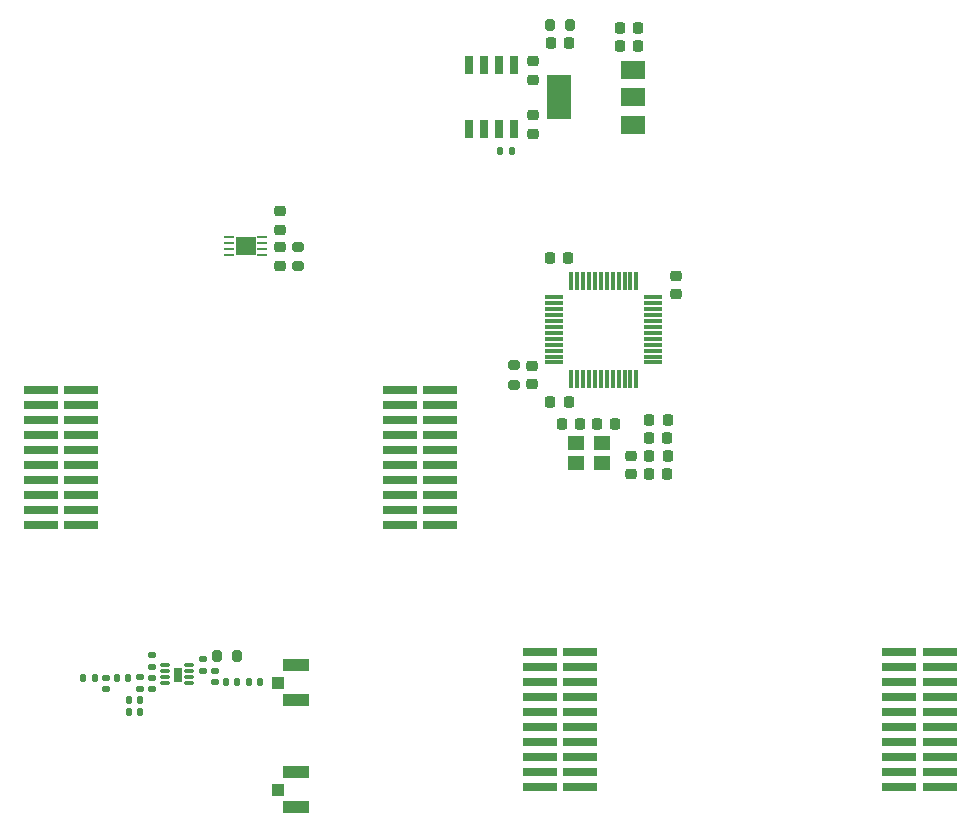
<source format=gtp>
G04 #@! TF.GenerationSoftware,KiCad,Pcbnew,(6.0.7-1)-1*
G04 #@! TF.CreationDate,2023-01-04T12:49:58-05:00*
G04 #@! TF.ProjectId,comm-rfb,636f6d6d-2d72-4666-922e-6b696361645f,rev?*
G04 #@! TF.SameCoordinates,Original*
G04 #@! TF.FileFunction,Paste,Top*
G04 #@! TF.FilePolarity,Positive*
%FSLAX46Y46*%
G04 Gerber Fmt 4.6, Leading zero omitted, Abs format (unit mm)*
G04 Created by KiCad (PCBNEW (6.0.7-1)-1) date 2023-01-04 12:49:58*
%MOMM*%
%LPD*%
G01*
G04 APERTURE LIST*
G04 Aperture macros list*
%AMRoundRect*
0 Rectangle with rounded corners*
0 $1 Rounding radius*
0 $2 $3 $4 $5 $6 $7 $8 $9 X,Y pos of 4 corners*
0 Add a 4 corners polygon primitive as box body*
4,1,4,$2,$3,$4,$5,$6,$7,$8,$9,$2,$3,0*
0 Add four circle primitives for the rounded corners*
1,1,$1+$1,$2,$3*
1,1,$1+$1,$4,$5*
1,1,$1+$1,$6,$7*
1,1,$1+$1,$8,$9*
0 Add four rect primitives between the rounded corners*
20,1,$1+$1,$2,$3,$4,$5,0*
20,1,$1+$1,$4,$5,$6,$7,0*
20,1,$1+$1,$6,$7,$8,$9,0*
20,1,$1+$1,$8,$9,$2,$3,0*%
G04 Aperture macros list end*
%ADD10C,0.010000*%
%ADD11RoundRect,0.140000X0.170000X-0.140000X0.170000X0.140000X-0.170000X0.140000X-0.170000X-0.140000X0*%
%ADD12RoundRect,0.140000X-0.170000X0.140000X-0.170000X-0.140000X0.170000X-0.140000X0.170000X0.140000X0*%
%ADD13RoundRect,0.225000X0.250000X-0.225000X0.250000X0.225000X-0.250000X0.225000X-0.250000X-0.225000X0*%
%ADD14RoundRect,0.225000X-0.250000X0.225000X-0.250000X-0.225000X0.250000X-0.225000X0.250000X0.225000X0*%
%ADD15R,2.920000X0.740000*%
%ADD16RoundRect,0.225000X-0.225000X-0.250000X0.225000X-0.250000X0.225000X0.250000X-0.225000X0.250000X0*%
%ADD17RoundRect,0.147500X0.172500X-0.147500X0.172500X0.147500X-0.172500X0.147500X-0.172500X-0.147500X0*%
%ADD18RoundRect,0.225000X0.225000X0.250000X-0.225000X0.250000X-0.225000X-0.250000X0.225000X-0.250000X0*%
%ADD19RoundRect,0.135000X0.185000X-0.135000X0.185000X0.135000X-0.185000X0.135000X-0.185000X-0.135000X0*%
%ADD20RoundRect,0.140000X0.140000X0.170000X-0.140000X0.170000X-0.140000X-0.170000X0.140000X-0.170000X0*%
%ADD21RoundRect,0.218750X0.218750X0.256250X-0.218750X0.256250X-0.218750X-0.256250X0.218750X-0.256250X0*%
%ADD22R,0.812800X0.254000*%
%ADD23R,1.752600X1.549400*%
%ADD24RoundRect,0.200000X0.200000X0.275000X-0.200000X0.275000X-0.200000X-0.275000X0.200000X-0.275000X0*%
%ADD25R,0.650000X1.525000*%
%ADD26RoundRect,0.135000X0.135000X0.185000X-0.135000X0.185000X-0.135000X-0.185000X0.135000X-0.185000X0*%
%ADD27R,1.400000X1.200000*%
%ADD28R,1.050000X1.000000*%
%ADD29R,2.200000X1.050000*%
%ADD30RoundRect,0.218750X-0.218750X-0.256250X0.218750X-0.256250X0.218750X0.256250X-0.218750X0.256250X0*%
%ADD31RoundRect,0.200000X-0.275000X0.200000X-0.275000X-0.200000X0.275000X-0.200000X0.275000X0.200000X0*%
%ADD32RoundRect,0.147500X0.147500X0.172500X-0.147500X0.172500X-0.147500X-0.172500X0.147500X-0.172500X0*%
%ADD33RoundRect,0.033000X0.117000X-0.747000X0.117000X0.747000X-0.117000X0.747000X-0.117000X-0.747000X0*%
%ADD34RoundRect,0.033000X0.747000X0.117000X-0.747000X0.117000X-0.747000X-0.117000X0.747000X-0.117000X0*%
%ADD35RoundRect,0.033000X-0.117000X0.747000X-0.117000X-0.747000X0.117000X-0.747000X0.117000X0.747000X0*%
%ADD36RoundRect,0.033000X-0.747000X-0.117000X0.747000X-0.117000X0.747000X0.117000X-0.747000X0.117000X0*%
%ADD37RoundRect,0.200000X0.275000X-0.200000X0.275000X0.200000X-0.275000X0.200000X-0.275000X-0.200000X0*%
%ADD38R,2.000000X1.500000*%
%ADD39R,2.000000X3.800000*%
%ADD40RoundRect,0.007800X0.347200X0.122200X-0.347200X0.122200X-0.347200X-0.122200X0.347200X-0.122200X0*%
%ADD41RoundRect,0.007800X-0.347200X-0.122200X0.347200X-0.122200X0.347200X0.122200X-0.347200X0.122200X0*%
%ADD42RoundRect,0.200000X-0.200000X-0.275000X0.200000X-0.275000X0.200000X0.275000X-0.200000X0.275000X0*%
%ADD43RoundRect,0.218750X-0.256250X0.218750X-0.256250X-0.218750X0.256250X-0.218750X0.256250X0.218750X0*%
G04 APERTURE END LIST*
G36*
X128347097Y-120834400D02*
G01*
X127786800Y-120834400D01*
X127786800Y-119753828D01*
X128347097Y-119753828D01*
X128347097Y-120834400D01*
G37*
D10*
X128347097Y-120834400D02*
X127786800Y-120834400D01*
X127786800Y-119753828D01*
X128347097Y-119753828D01*
X128347097Y-120834400D01*
D11*
X125907800Y-119631400D03*
X125907800Y-118671400D03*
D12*
X122021600Y-120576400D03*
X122021600Y-121536400D03*
D13*
X136728200Y-82639200D03*
X136728200Y-81089200D03*
D11*
X130225800Y-119987000D03*
X130225800Y-119027000D03*
D14*
X158190800Y-72961200D03*
X158190800Y-74511200D03*
D15*
X162204400Y-129794000D03*
X158774400Y-129794000D03*
X162204400Y-128524000D03*
X158774400Y-128524000D03*
X162204400Y-127254000D03*
X158774400Y-127254000D03*
X162204400Y-125984000D03*
X158774400Y-125984000D03*
X162204400Y-124714000D03*
X158774400Y-124714000D03*
X162204400Y-123444000D03*
X158774400Y-123444000D03*
X162204400Y-122174000D03*
X158774400Y-122174000D03*
X162204400Y-120904000D03*
X158774400Y-120904000D03*
X162204400Y-119634000D03*
X158774400Y-119634000D03*
X162204400Y-118364000D03*
X158774400Y-118364000D03*
D16*
X163613800Y-99110800D03*
X165163800Y-99110800D03*
D17*
X125907800Y-121541400D03*
X125907800Y-120571400D03*
D18*
X161201400Y-97231200D03*
X159651400Y-97231200D03*
X162166600Y-99110800D03*
X160616600Y-99110800D03*
X167094200Y-67056000D03*
X165544200Y-67056000D03*
D19*
X124891800Y-121566400D03*
X124891800Y-120546400D03*
D13*
X158089600Y-95720200D03*
X158089600Y-94170200D03*
D16*
X168046400Y-98755200D03*
X169596400Y-98755200D03*
D20*
X123924000Y-120599200D03*
X122964000Y-120599200D03*
D21*
X161264300Y-66878200D03*
X159689300Y-66878200D03*
D16*
X159600600Y-85039200D03*
X161150600Y-85039200D03*
X168020900Y-100279200D03*
X169570900Y-100279200D03*
D22*
X132461000Y-83273199D03*
X132461000Y-83773200D03*
X132461000Y-84273200D03*
X132461000Y-84773201D03*
X135255000Y-84773201D03*
X135255000Y-84273200D03*
X135255000Y-83773200D03*
X135255000Y-83273199D03*
D23*
X133858000Y-84023200D03*
D24*
X133084800Y-118770400D03*
X131434800Y-118770400D03*
D25*
X156539800Y-68738200D03*
X155269800Y-68738200D03*
X153999800Y-68738200D03*
X152729800Y-68738200D03*
X152729800Y-74162200D03*
X153999800Y-74162200D03*
X155269800Y-74162200D03*
X156539800Y-74162200D03*
D18*
X169570900Y-103327200D03*
X168020900Y-103327200D03*
D26*
X156414800Y-76022200D03*
X155394800Y-76022200D03*
D27*
X164015600Y-100699200D03*
X161815600Y-100699200D03*
X161815600Y-102399200D03*
X164015600Y-102399200D03*
D20*
X124914600Y-122504200D03*
X123954600Y-122504200D03*
D28*
X136594600Y-121005600D03*
D29*
X138119600Y-119530600D03*
X138119600Y-122480600D03*
D30*
X168008400Y-101803200D03*
X169583400Y-101803200D03*
D31*
X156565600Y-94120200D03*
X156565600Y-95770200D03*
D26*
X121083800Y-120624600D03*
X120063800Y-120624600D03*
D21*
X167106300Y-65532000D03*
X165531300Y-65532000D03*
D14*
X166522400Y-101790200D03*
X166522400Y-103340200D03*
D20*
X133146600Y-120954800D03*
X132186600Y-120954800D03*
D15*
X119926600Y-107670600D03*
X116496600Y-107670600D03*
X119926600Y-106400600D03*
X116496600Y-106400600D03*
X119926600Y-105130600D03*
X116496600Y-105130600D03*
X119926600Y-103860600D03*
X116496600Y-103860600D03*
X119926600Y-102590600D03*
X116496600Y-102590600D03*
X119926600Y-101320600D03*
X116496600Y-101320600D03*
X119926600Y-100050600D03*
X116496600Y-100050600D03*
X119926600Y-98780600D03*
X116496600Y-98780600D03*
X119926600Y-97510600D03*
X116496600Y-97510600D03*
X119926600Y-96240600D03*
X116496600Y-96240600D03*
D28*
X136589600Y-130048000D03*
D29*
X138114600Y-128573000D03*
X138114600Y-131523000D03*
D15*
X150330400Y-107670600D03*
X146900400Y-107670600D03*
X150330400Y-106400600D03*
X146900400Y-106400600D03*
X150330400Y-105130600D03*
X146900400Y-105130600D03*
X150330400Y-103860600D03*
X146900400Y-103860600D03*
X150330400Y-102590600D03*
X146900400Y-102590600D03*
X150330400Y-101320600D03*
X146900400Y-101320600D03*
X150330400Y-100050600D03*
X146900400Y-100050600D03*
X150330400Y-98780600D03*
X146900400Y-98780600D03*
X150330400Y-97510600D03*
X146900400Y-97510600D03*
X150330400Y-96240600D03*
X146900400Y-96240600D03*
D32*
X135082000Y-120954800D03*
X134112000Y-120954800D03*
D33*
X161435600Y-95315200D03*
X161935600Y-95315200D03*
X162435600Y-95315200D03*
X162935600Y-95315200D03*
X163435600Y-95315200D03*
X163935600Y-95315200D03*
X164435600Y-95315200D03*
X164935600Y-95315200D03*
X165435600Y-95315200D03*
X165935600Y-95315200D03*
X166435600Y-95315200D03*
X166935600Y-95315200D03*
D34*
X168365600Y-93885200D03*
X168365600Y-93385200D03*
X168365600Y-92885200D03*
X168365600Y-92385200D03*
X168365600Y-91885200D03*
X168365600Y-91385200D03*
X168365600Y-90885200D03*
X168365600Y-90385200D03*
X168365600Y-89885200D03*
X168365600Y-89385200D03*
X168365600Y-88885200D03*
X168365600Y-88385200D03*
D35*
X166935600Y-86955200D03*
X166435600Y-86955200D03*
X165935600Y-86955200D03*
X165435600Y-86955200D03*
X164935600Y-86955200D03*
X164435600Y-86955200D03*
X163935600Y-86955200D03*
X163435600Y-86955200D03*
X162935600Y-86955200D03*
X162435600Y-86955200D03*
X161935600Y-86955200D03*
X161435600Y-86955200D03*
D36*
X160005600Y-88385200D03*
X160005600Y-88885200D03*
X160005600Y-89385200D03*
X160005600Y-89885200D03*
X160005600Y-90385200D03*
X160005600Y-90885200D03*
X160005600Y-91385200D03*
X160005600Y-91885200D03*
X160005600Y-92385200D03*
X160005600Y-92885200D03*
X160005600Y-93385200D03*
X160005600Y-93885200D03*
D14*
X158190800Y-68389200D03*
X158190800Y-69939200D03*
D37*
X138277600Y-85762600D03*
X138277600Y-84112600D03*
D38*
X166674800Y-73750200D03*
D39*
X160374800Y-71450200D03*
D38*
X166674800Y-71450200D03*
X166674800Y-69150200D03*
D15*
X192605000Y-129794000D03*
X189175000Y-129794000D03*
X192605000Y-128524000D03*
X189175000Y-128524000D03*
X192605000Y-127254000D03*
X189175000Y-127254000D03*
X192605000Y-125984000D03*
X189175000Y-125984000D03*
X192605000Y-124714000D03*
X189175000Y-124714000D03*
X192605000Y-123444000D03*
X189175000Y-123444000D03*
X192605000Y-122174000D03*
X189175000Y-122174000D03*
X192605000Y-120904000D03*
X189175000Y-120904000D03*
X192605000Y-119634000D03*
X189175000Y-119634000D03*
X192605000Y-118364000D03*
X189175000Y-118364000D03*
D20*
X124914600Y-123494800D03*
X123954600Y-123494800D03*
D40*
X129071800Y-121044400D03*
X129071800Y-120544400D03*
X129071800Y-120044400D03*
X129071800Y-119544400D03*
D41*
X127061800Y-119544400D03*
X127061800Y-120044400D03*
X127061800Y-120544400D03*
X127061800Y-121044400D03*
D42*
X159651800Y-65354200D03*
X161301800Y-65354200D03*
D43*
X136728200Y-84150100D03*
X136728200Y-85725100D03*
D17*
X131241800Y-120982600D03*
X131241800Y-120012600D03*
D14*
X170281600Y-86550200D03*
X170281600Y-88100200D03*
M02*

</source>
